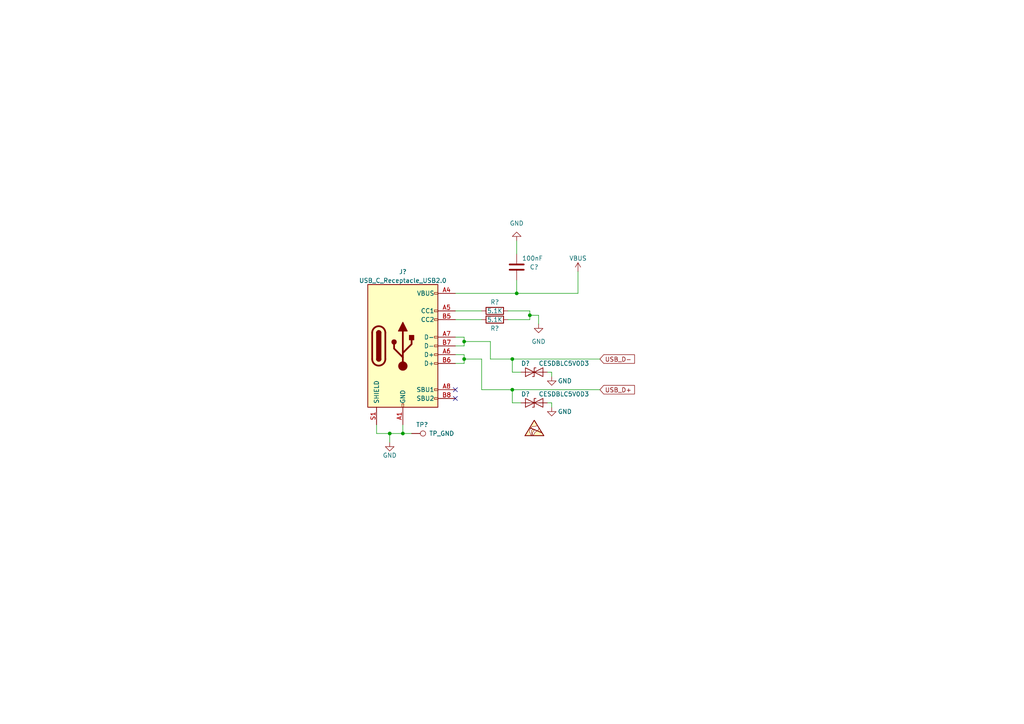
<source format=kicad_sch>
(kicad_sch (version 20230121) (generator eeschema)

  (uuid 9173cfdc-fbc5-4860-82b3-439d87ec940a)

  (paper "A4")

  (title_block
    (title "ChronoVolt_Control")
    (date "2023-10-08")
    (rev "0.3")
    (company "Final Resolution")
  )

  (lib_symbols
    (symbol "Connector:TestPoint" (pin_numbers hide) (pin_names (offset 0.762) hide) (in_bom yes) (on_board yes)
      (property "Reference" "TP" (at 0 6.858 0)
        (effects (font (size 1.27 1.27)))
      )
      (property "Value" "TestPoint" (at 0 5.08 0)
        (effects (font (size 1.27 1.27)))
      )
      (property "Footprint" "" (at 5.08 0 0)
        (effects (font (size 1.27 1.27)) hide)
      )
      (property "Datasheet" "~" (at 5.08 0 0)
        (effects (font (size 1.27 1.27)) hide)
      )
      (property "ki_keywords" "test point tp" (at 0 0 0)
        (effects (font (size 1.27 1.27)) hide)
      )
      (property "ki_description" "test point" (at 0 0 0)
        (effects (font (size 1.27 1.27)) hide)
      )
      (property "ki_fp_filters" "Pin* Test*" (at 0 0 0)
        (effects (font (size 1.27 1.27)) hide)
      )
      (symbol "TestPoint_0_1"
        (circle (center 0 3.302) (radius 0.762)
          (stroke (width 0) (type default))
          (fill (type none))
        )
      )
      (symbol "TestPoint_1_1"
        (pin passive line (at 0 0 90) (length 2.54)
          (name "1" (effects (font (size 1.27 1.27))))
          (number "1" (effects (font (size 1.27 1.27))))
        )
      )
    )
    (symbol "Connector:USB_C_Receptacle_USB2.0" (pin_names (offset 1.016)) (in_bom yes) (on_board yes)
      (property "Reference" "J" (at -10.16 19.05 0)
        (effects (font (size 1.27 1.27)) (justify left))
      )
      (property "Value" "USB_C_Receptacle_USB2.0" (at 19.05 19.05 0)
        (effects (font (size 1.27 1.27)) (justify right))
      )
      (property "Footprint" "" (at 3.81 0 0)
        (effects (font (size 1.27 1.27)) hide)
      )
      (property "Datasheet" "https://www.usb.org/sites/default/files/documents/usb_type-c.zip" (at 3.81 0 0)
        (effects (font (size 1.27 1.27)) hide)
      )
      (property "ki_keywords" "usb universal serial bus type-C USB2.0" (at 0 0 0)
        (effects (font (size 1.27 1.27)) hide)
      )
      (property "ki_description" "USB 2.0-only Type-C Receptacle connector" (at 0 0 0)
        (effects (font (size 1.27 1.27)) hide)
      )
      (property "ki_fp_filters" "USB*C*Receptacle*" (at 0 0 0)
        (effects (font (size 1.27 1.27)) hide)
      )
      (symbol "USB_C_Receptacle_USB2.0_0_0"
        (rectangle (start -0.254 -17.78) (end 0.254 -16.764)
          (stroke (width 0) (type default))
          (fill (type none))
        )
        (rectangle (start 10.16 -14.986) (end 9.144 -15.494)
          (stroke (width 0) (type default))
          (fill (type none))
        )
        (rectangle (start 10.16 -12.446) (end 9.144 -12.954)
          (stroke (width 0) (type default))
          (fill (type none))
        )
        (rectangle (start 10.16 -4.826) (end 9.144 -5.334)
          (stroke (width 0) (type default))
          (fill (type none))
        )
        (rectangle (start 10.16 -2.286) (end 9.144 -2.794)
          (stroke (width 0) (type default))
          (fill (type none))
        )
        (rectangle (start 10.16 0.254) (end 9.144 -0.254)
          (stroke (width 0) (type default))
          (fill (type none))
        )
        (rectangle (start 10.16 2.794) (end 9.144 2.286)
          (stroke (width 0) (type default))
          (fill (type none))
        )
        (rectangle (start 10.16 7.874) (end 9.144 7.366)
          (stroke (width 0) (type default))
          (fill (type none))
        )
        (rectangle (start 10.16 10.414) (end 9.144 9.906)
          (stroke (width 0) (type default))
          (fill (type none))
        )
        (rectangle (start 10.16 15.494) (end 9.144 14.986)
          (stroke (width 0) (type default))
          (fill (type none))
        )
      )
      (symbol "USB_C_Receptacle_USB2.0_0_1"
        (rectangle (start -10.16 17.78) (end 10.16 -17.78)
          (stroke (width 0.254) (type default))
          (fill (type background))
        )
        (arc (start -8.89 -3.81) (mid -6.985 -5.7067) (end -5.08 -3.81)
          (stroke (width 0.508) (type default))
          (fill (type none))
        )
        (arc (start -7.62 -3.81) (mid -6.985 -4.4423) (end -6.35 -3.81)
          (stroke (width 0.254) (type default))
          (fill (type none))
        )
        (arc (start -7.62 -3.81) (mid -6.985 -4.4423) (end -6.35 -3.81)
          (stroke (width 0.254) (type default))
          (fill (type outline))
        )
        (rectangle (start -7.62 -3.81) (end -6.35 3.81)
          (stroke (width 0.254) (type default))
          (fill (type outline))
        )
        (arc (start -6.35 3.81) (mid -6.985 4.4423) (end -7.62 3.81)
          (stroke (width 0.254) (type default))
          (fill (type none))
        )
        (arc (start -6.35 3.81) (mid -6.985 4.4423) (end -7.62 3.81)
          (stroke (width 0.254) (type default))
          (fill (type outline))
        )
        (arc (start -5.08 3.81) (mid -6.985 5.7067) (end -8.89 3.81)
          (stroke (width 0.508) (type default))
          (fill (type none))
        )
        (circle (center -2.54 1.143) (radius 0.635)
          (stroke (width 0.254) (type default))
          (fill (type outline))
        )
        (circle (center 0 -5.842) (radius 1.27)
          (stroke (width 0) (type default))
          (fill (type outline))
        )
        (polyline
          (pts
            (xy -8.89 -3.81)
            (xy -8.89 3.81)
          )
          (stroke (width 0.508) (type default))
          (fill (type none))
        )
        (polyline
          (pts
            (xy -5.08 3.81)
            (xy -5.08 -3.81)
          )
          (stroke (width 0.508) (type default))
          (fill (type none))
        )
        (polyline
          (pts
            (xy 0 -5.842)
            (xy 0 4.318)
          )
          (stroke (width 0.508) (type default))
          (fill (type none))
        )
        (polyline
          (pts
            (xy 0 -3.302)
            (xy -2.54 -0.762)
            (xy -2.54 0.508)
          )
          (stroke (width 0.508) (type default))
          (fill (type none))
        )
        (polyline
          (pts
            (xy 0 -2.032)
            (xy 2.54 0.508)
            (xy 2.54 1.778)
          )
          (stroke (width 0.508) (type default))
          (fill (type none))
        )
        (polyline
          (pts
            (xy -1.27 4.318)
            (xy 0 6.858)
            (xy 1.27 4.318)
            (xy -1.27 4.318)
          )
          (stroke (width 0.254) (type default))
          (fill (type outline))
        )
        (rectangle (start 1.905 1.778) (end 3.175 3.048)
          (stroke (width 0.254) (type default))
          (fill (type outline))
        )
      )
      (symbol "USB_C_Receptacle_USB2.0_1_1"
        (pin passive line (at 0 -22.86 90) (length 5.08)
          (name "GND" (effects (font (size 1.27 1.27))))
          (number "A1" (effects (font (size 1.27 1.27))))
        )
        (pin passive line (at 0 -22.86 90) (length 5.08) hide
          (name "GND" (effects (font (size 1.27 1.27))))
          (number "A12" (effects (font (size 1.27 1.27))))
        )
        (pin passive line (at 15.24 15.24 180) (length 5.08)
          (name "VBUS" (effects (font (size 1.27 1.27))))
          (number "A4" (effects (font (size 1.27 1.27))))
        )
        (pin bidirectional line (at 15.24 10.16 180) (length 5.08)
          (name "CC1" (effects (font (size 1.27 1.27))))
          (number "A5" (effects (font (size 1.27 1.27))))
        )
        (pin bidirectional line (at 15.24 -2.54 180) (length 5.08)
          (name "D+" (effects (font (size 1.27 1.27))))
          (number "A6" (effects (font (size 1.27 1.27))))
        )
        (pin bidirectional line (at 15.24 2.54 180) (length 5.08)
          (name "D-" (effects (font (size 1.27 1.27))))
          (number "A7" (effects (font (size 1.27 1.27))))
        )
        (pin bidirectional line (at 15.24 -12.7 180) (length 5.08)
          (name "SBU1" (effects (font (size 1.27 1.27))))
          (number "A8" (effects (font (size 1.27 1.27))))
        )
        (pin passive line (at 15.24 15.24 180) (length 5.08) hide
          (name "VBUS" (effects (font (size 1.27 1.27))))
          (number "A9" (effects (font (size 1.27 1.27))))
        )
        (pin passive line (at 0 -22.86 90) (length 5.08) hide
          (name "GND" (effects (font (size 1.27 1.27))))
          (number "B1" (effects (font (size 1.27 1.27))))
        )
        (pin passive line (at 0 -22.86 90) (length 5.08) hide
          (name "GND" (effects (font (size 1.27 1.27))))
          (number "B12" (effects (font (size 1.27 1.27))))
        )
        (pin passive line (at 15.24 15.24 180) (length 5.08) hide
          (name "VBUS" (effects (font (size 1.27 1.27))))
          (number "B4" (effects (font (size 1.27 1.27))))
        )
        (pin bidirectional line (at 15.24 7.62 180) (length 5.08)
          (name "CC2" (effects (font (size 1.27 1.27))))
          (number "B5" (effects (font (size 1.27 1.27))))
        )
        (pin bidirectional line (at 15.24 -5.08 180) (length 5.08)
          (name "D+" (effects (font (size 1.27 1.27))))
          (number "B6" (effects (font (size 1.27 1.27))))
        )
        (pin bidirectional line (at 15.24 0 180) (length 5.08)
          (name "D-" (effects (font (size 1.27 1.27))))
          (number "B7" (effects (font (size 1.27 1.27))))
        )
        (pin bidirectional line (at 15.24 -15.24 180) (length 5.08)
          (name "SBU2" (effects (font (size 1.27 1.27))))
          (number "B8" (effects (font (size 1.27 1.27))))
        )
        (pin passive line (at 15.24 15.24 180) (length 5.08) hide
          (name "VBUS" (effects (font (size 1.27 1.27))))
          (number "B9" (effects (font (size 1.27 1.27))))
        )
        (pin passive line (at -7.62 -22.86 90) (length 5.08)
          (name "SHIELD" (effects (font (size 1.27 1.27))))
          (number "S1" (effects (font (size 1.27 1.27))))
        )
      )
    )
    (symbol "Device:C" (pin_numbers hide) (pin_names (offset 0.254)) (in_bom yes) (on_board yes)
      (property "Reference" "C" (at 0.635 2.54 0)
        (effects (font (size 1.27 1.27)) (justify left))
      )
      (property "Value" "C" (at 0.635 -2.54 0)
        (effects (font (size 1.27 1.27)) (justify left))
      )
      (property "Footprint" "" (at 0.9652 -3.81 0)
        (effects (font (size 1.27 1.27)) hide)
      )
      (property "Datasheet" "~" (at 0 0 0)
        (effects (font (size 1.27 1.27)) hide)
      )
      (property "ki_keywords" "cap capacitor" (at 0 0 0)
        (effects (font (size 1.27 1.27)) hide)
      )
      (property "ki_description" "Unpolarized capacitor" (at 0 0 0)
        (effects (font (size 1.27 1.27)) hide)
      )
      (property "ki_fp_filters" "C_*" (at 0 0 0)
        (effects (font (size 1.27 1.27)) hide)
      )
      (symbol "C_0_1"
        (polyline
          (pts
            (xy -2.032 -0.762)
            (xy 2.032 -0.762)
          )
          (stroke (width 0.508) (type default))
          (fill (type none))
        )
        (polyline
          (pts
            (xy -2.032 0.762)
            (xy 2.032 0.762)
          )
          (stroke (width 0.508) (type default))
          (fill (type none))
        )
      )
      (symbol "C_1_1"
        (pin passive line (at 0 3.81 270) (length 2.794)
          (name "~" (effects (font (size 1.27 1.27))))
          (number "1" (effects (font (size 1.27 1.27))))
        )
        (pin passive line (at 0 -3.81 90) (length 2.794)
          (name "~" (effects (font (size 1.27 1.27))))
          (number "2" (effects (font (size 1.27 1.27))))
        )
      )
    )
    (symbol "Device:R" (pin_numbers hide) (pin_names (offset 0)) (in_bom yes) (on_board yes)
      (property "Reference" "R" (at 2.032 0 90)
        (effects (font (size 1.27 1.27)))
      )
      (property "Value" "R" (at 0 0 90)
        (effects (font (size 1.27 1.27)))
      )
      (property "Footprint" "" (at -1.778 0 90)
        (effects (font (size 1.27 1.27)) hide)
      )
      (property "Datasheet" "~" (at 0 0 0)
        (effects (font (size 1.27 1.27)) hide)
      )
      (property "ki_keywords" "R res resistor" (at 0 0 0)
        (effects (font (size 1.27 1.27)) hide)
      )
      (property "ki_description" "Resistor" (at 0 0 0)
        (effects (font (size 1.27 1.27)) hide)
      )
      (property "ki_fp_filters" "R_*" (at 0 0 0)
        (effects (font (size 1.27 1.27)) hide)
      )
      (symbol "R_0_1"
        (rectangle (start -1.016 -2.54) (end 1.016 2.54)
          (stroke (width 0.254) (type default))
          (fill (type none))
        )
      )
      (symbol "R_1_1"
        (pin passive line (at 0 3.81 270) (length 1.27)
          (name "~" (effects (font (size 1.27 1.27))))
          (number "1" (effects (font (size 1.27 1.27))))
        )
        (pin passive line (at 0 -3.81 90) (length 1.27)
          (name "~" (effects (font (size 1.27 1.27))))
          (number "2" (effects (font (size 1.27 1.27))))
        )
      )
    )
    (symbol "Diode:ESD9B5.0ST5G" (pin_numbers hide) (pin_names (offset 1.016) hide) (in_bom yes) (on_board yes)
      (property "Reference" "D" (at 0 2.54 0)
        (effects (font (size 1.27 1.27)))
      )
      (property "Value" "ESD9B5.0ST5G" (at 0 -2.54 0)
        (effects (font (size 1.27 1.27)))
      )
      (property "Footprint" "Diode_SMD:D_SOD-923" (at 0 0 0)
        (effects (font (size 1.27 1.27)) hide)
      )
      (property "Datasheet" "https://www.onsemi.com/pub/Collateral/ESD9B-D.PDF" (at 0 0 0)
        (effects (font (size 1.27 1.27)) hide)
      )
      (property "ki_keywords" "diode TVS ESD" (at 0 0 0)
        (effects (font (size 1.27 1.27)) hide)
      )
      (property "ki_description" "ESD protection diode, 5.0Vrwm, SOD-923" (at 0 0 0)
        (effects (font (size 1.27 1.27)) hide)
      )
      (property "ki_fp_filters" "D*SOD?923*" (at 0 0 0)
        (effects (font (size 1.27 1.27)) hide)
      )
      (symbol "ESD9B5.0ST5G_0_1"
        (polyline
          (pts
            (xy 1.27 0)
            (xy -1.27 0)
          )
          (stroke (width 0) (type default))
          (fill (type none))
        )
        (polyline
          (pts
            (xy -2.54 -1.27)
            (xy 0 0)
            (xy -2.54 1.27)
            (xy -2.54 -1.27)
          )
          (stroke (width 0.2032) (type default))
          (fill (type none))
        )
        (polyline
          (pts
            (xy 0.508 1.27)
            (xy 0 1.27)
            (xy 0 -1.27)
            (xy -0.508 -1.27)
          )
          (stroke (width 0.2032) (type default))
          (fill (type none))
        )
        (polyline
          (pts
            (xy 2.54 1.27)
            (xy 2.54 -1.27)
            (xy 0 0)
            (xy 2.54 1.27)
          )
          (stroke (width 0.2032) (type default))
          (fill (type none))
        )
      )
      (symbol "ESD9B5.0ST5G_1_1"
        (pin passive line (at -3.81 0 0) (length 2.54)
          (name "A1" (effects (font (size 1.27 1.27))))
          (number "1" (effects (font (size 1.27 1.27))))
        )
        (pin passive line (at 3.81 0 180) (length 2.54)
          (name "A2" (effects (font (size 1.27 1.27))))
          (number "2" (effects (font (size 1.27 1.27))))
        )
      )
    )
    (symbol "Graphic:SYM_ESD_Small" (in_bom no) (on_board no)
      (property "Reference" "#SYM" (at 0 3.556 0)
        (effects (font (size 1.27 1.27)) hide)
      )
      (property "Value" "SYM_ESD_Small" (at 0 -3.175 0)
        (effects (font (size 1.27 1.27)) hide)
      )
      (property "Footprint" "" (at 0 0.254 0)
        (effects (font (size 1.27 1.27)) hide)
      )
      (property "Datasheet" "~" (at 0 0.254 0)
        (effects (font (size 1.27 1.27)) hide)
      )
      (property "Sim.Enable" "0" (at 0 0 0)
        (effects (font (size 1.27 1.27)) hide)
      )
      (property "ki_keywords" "symbol ESD" (at 0 0 0)
        (effects (font (size 1.27 1.27)) hide)
      )
      (property "ki_description" "ESD warning/\"Do not touch\" symbol, small" (at 0 0 0)
        (effects (font (size 1.27 1.27)) hide)
      )
      (symbol "SYM_ESD_Small_0_0"
        (polyline
          (pts
            (xy -1.27 0.381)
            (xy 2.159 -1.016)
          )
          (stroke (width 0.254) (type default))
          (fill (type none))
        )
        (polyline
          (pts
            (xy -2.667 -1.905)
            (xy 2.794 -1.905)
            (xy 0 2.54)
            (xy -2.667 -1.905)
          )
          (stroke (width 0.254) (type default))
          (fill (type none))
        )
        (polyline
          (pts
            (xy 2.7432 -1.905)
            (xy 2.7178 -1.8796)
            (xy 2.6162 -1.6764)
            (xy 2.5654 -1.6002)
            (xy 2.4892 -1.4986)
            (xy 2.4384 -1.3716)
            (xy 1.7526 -0.2286)
            (xy 1.7018 -0.127)
            (xy 1.6256 -0.0508)
            (xy 1.6002 0.0508)
            (xy 1.5494 0.1016)
            (xy 1.4986 0.2032)
            (xy 1.4732 0.2286)
            (xy 1.4732 0.2032)
            (xy 1.4478 0.2032)
            (xy 1.3208 0.0762)
            (xy 1.2954 0.0254)
            (xy 1.2954 -0.0254)
            (xy 1.27 -0.0762)
            (xy 1.2446 -0.1524)
            (xy 1.143 -0.254)
            (xy 1.0922 -0.3302)
            (xy 1.0414 -0.3556)
            (xy 0.9144 -0.4826)
            (xy 0.762 -0.5842)
            (xy 0.6604 -0.6604)
            (xy 0.508 -0.762)
            (xy 0.4572 -0.8128)
            (xy 0.3556 -0.8636)
            (xy 0.3048 -0.9144)
            (xy 0.2286 -0.9652)
            (xy 0.0762 -1.1938)
            (xy 0.0254 -1.2954)
            (xy -0.0254 -1.4224)
            (xy -0.0508 -1.4986)
            (xy -0.1016 -1.5748)
            (xy -0.127 -1.651)
            (xy -0.1778 -1.6764)
            (xy -0.2032 -1.7272)
            (xy -0.254 -1.7526)
            (xy -0.4064 -1.7526)
            (xy -0.4064 -1.7272)
            (xy -0.4572 -1.7018)
            (xy -0.4826 -1.6256)
            (xy -0.508 -1.524)
            (xy -0.508 -1.0922)
            (xy -0.4572 -0.889)
            (xy -0.4064 -0.8128)
            (xy -0.254 -0.6604)
            (xy -0.2032 -0.5842)
            (xy -0.127 -0.5334)
            (xy -0.1016 -0.4826)
            (xy -0.0762 -0.4064)
            (xy -0.0508 -0.3556)
            (xy -0.0254 -0.3302)
            (xy -0.0254 -0.2794)
            (xy 0 -0.2286)
            (xy -0.0762 -0.1524)
            (xy -0.127 -0.127)
            (xy -0.1524 -0.0762)
            (xy -0.2032 -0.0508)
            (xy -0.2286 -0.0254)
            (xy -0.254 -0.0254)
            (xy -0.3048 -0.0762)
            (xy -0.3556 -0.1016)
            (xy -0.4318 -0.127)
            (xy -0.4826 -0.1524)
            (xy -0.5588 -0.2286)
            (xy -0.6096 -0.254)
            (xy -0.8382 -0.4826)
            (xy -0.8128 -0.5588)
            (xy -0.7874 -0.5842)
            (xy -0.7874 -0.8636)
            (xy -0.8128 -0.889)
            (xy -0.8128 -0.9652)
            (xy -0.762 -1.016)
            (xy -0.762 -1.0414)
            (xy -0.6604 -1.2954)
            (xy -0.6604 -1.5748)
            (xy -0.6858 -1.6002)
            (xy -0.6858 -1.6256)
            (xy -0.7366 -1.7018)
            (xy -0.8382 -1.7526)
            (xy -0.9144 -1.7526)
            (xy -0.9398 -1.7272)
            (xy -0.9652 -1.6764)
            (xy -1.016 -1.6002)
            (xy -1.0414 -1.524)
            (xy -1.143 -1.27)
            (xy -1.2192 -1.0414)
            (xy -1.27 -0.9652)
            (xy -1.2954 -0.889)
            (xy -1.3208 -0.8382)
            (xy -1.3208 -0.8128)
            (xy -1.3716 -0.7112)
            (xy -1.397 -0.5842)
            (xy -1.397 -0.4826)
            (xy -1.3716 -0.381)
            (xy -1.3208 -0.254)
            (xy -1.2954 -0.2032)
            (xy -1.1938 -0.0508)
            (xy -1.0414 0.1524)
            (xy -0.9906 0.2032)
            (xy -0.9652 0.254)
            (xy -0.9144 0.3302)
            (xy -0.889 0.381)
            (xy -0.8636 0.381)
            (xy -0.8128 0.508)
            (xy -0.6096 0.7112)
            (xy -0.5334 0.7366)
            (xy -0.508 0.762)
            (xy -0.4318 0.762)
            (xy -0.3556 0.7874)
            (xy -0.2286 0.8128)
            (xy -0.1016 0.8128)
            (xy 0.0508 0.8382)
            (xy 0.2032 0.8382)
            (xy 0.3048 0.8636)
            (xy 0.4826 0.8636)
            (xy 0.5334 0.889)
            (xy 0.5842 0.889)
            (xy 0.6858 0.9398)
            (xy 0.7112 0.9652)
            (xy 0.762 0.9906)
            (xy 0.8128 1.0414)
            (xy 0.8636 1.0668)
            (xy 0.889 1.1176)
            (xy 0.9144 1.143)
            (xy 0.9144 1.1938)
            (xy 0.889 1.2192)
            (xy 0.8636 1.27)
            (xy 0.8128 1.3462)
            (xy 0.7112 1.5494)
            (xy 0.635 1.651)
            (xy 0.5842 1.7526)
            (xy 0.508 1.8796)
            (xy 0.4572 1.9558)
            (xy 0.381 2.0828)
            (xy 0.3048 2.1844)
            (xy 0.254 2.286)
            (xy 0.2032 2.3622)
            (xy 0.1778 2.4384)
            (xy 0.1016 2.5146)
            (xy 0.1016 2.54)
            (xy 0.0762 2.5654)
            (xy 0.0762 2.5908)
            (xy 0.0254 2.5908)
            (xy 0.0254 2.5654)
            (xy -0.0254 2.5146)
            (xy -0.1016 2.3622)
            (xy -0.254 2.1336)
            (xy -0.3048 2.032)
            (xy -0.4572 1.778)
            (xy -0.5588 1.6256)
            (xy -0.762 1.27)
            (xy -0.889 1.0668)
            (xy -1.016 0.8382)
            (xy -1.1684 0.6096)
            (xy -1.3208 0.3302)
            (xy -1.397 0.2032)
            (xy -1.524 -0.0254)
            (xy -1.778 -0.4318)
            (xy -1.8796 -0.635)
            (xy -2.0066 -0.8128)
            (xy -2.1082 -0.9906)
            (xy -2.2098 -1.143)
            (xy -2.286 -1.2954)
            (xy -2.4384 -1.5494)
            (xy -2.4892 -1.651)
            (xy -2.5654 -1.7526)
            (xy -2.5908 -1.8288)
            (xy -2.6162 -1.8796)
            (xy -2.6416 -1.905)
            (xy -2.6416 -1.9304)
            (xy 2.7432 -1.9304)
            (xy 2.7432 -1.905)
          )
          (stroke (width 0.127) (type default))
          (fill (type background))
        )
      )
    )
    (symbol "power:GND" (power) (pin_names (offset 0)) (in_bom yes) (on_board yes)
      (property "Reference" "#PWR" (at 0 -6.35 0)
        (effects (font (size 1.27 1.27)) hide)
      )
      (property "Value" "GND" (at 0 -3.81 0)
        (effects (font (size 1.27 1.27)))
      )
      (property "Footprint" "" (at 0 0 0)
        (effects (font (size 1.27 1.27)) hide)
      )
      (property "Datasheet" "" (at 0 0 0)
        (effects (font (size 1.27 1.27)) hide)
      )
      (property "ki_keywords" "global power" (at 0 0 0)
        (effects (font (size 1.27 1.27)) hide)
      )
      (property "ki_description" "Power symbol creates a global label with name \"GND\" , ground" (at 0 0 0)
        (effects (font (size 1.27 1.27)) hide)
      )
      (symbol "GND_0_1"
        (polyline
          (pts
            (xy 0 0)
            (xy 0 -1.27)
            (xy 1.27 -1.27)
            (xy 0 -2.54)
            (xy -1.27 -1.27)
            (xy 0 -1.27)
          )
          (stroke (width 0) (type default))
          (fill (type none))
        )
      )
      (symbol "GND_1_1"
        (pin power_in line (at 0 0 270) (length 0) hide
          (name "GND" (effects (font (size 1.27 1.27))))
          (number "1" (effects (font (size 1.27 1.27))))
        )
      )
    )
    (symbol "power:VBUS" (power) (pin_names (offset 0)) (in_bom yes) (on_board yes)
      (property "Reference" "#PWR" (at 0 -3.81 0)
        (effects (font (size 1.27 1.27)) hide)
      )
      (property "Value" "VBUS" (at 0 3.81 0)
        (effects (font (size 1.27 1.27)))
      )
      (property "Footprint" "" (at 0 0 0)
        (effects (font (size 1.27 1.27)) hide)
      )
      (property "Datasheet" "" (at 0 0 0)
        (effects (font (size 1.27 1.27)) hide)
      )
      (property "ki_keywords" "global power" (at 0 0 0)
        (effects (font (size 1.27 1.27)) hide)
      )
      (property "ki_description" "Power symbol creates a global label with name \"VBUS\"" (at 0 0 0)
        (effects (font (size 1.27 1.27)) hide)
      )
      (symbol "VBUS_0_1"
        (polyline
          (pts
            (xy -0.762 1.27)
            (xy 0 2.54)
          )
          (stroke (width 0) (type default))
          (fill (type none))
        )
        (polyline
          (pts
            (xy 0 0)
            (xy 0 2.54)
          )
          (stroke (width 0) (type default))
          (fill (type none))
        )
        (polyline
          (pts
            (xy 0 2.54)
            (xy 0.762 1.27)
          )
          (stroke (width 0) (type default))
          (fill (type none))
        )
      )
      (symbol "VBUS_1_1"
        (pin power_in line (at 0 0 90) (length 0) hide
          (name "VBUS" (effects (font (size 1.27 1.27))))
          (number "1" (effects (font (size 1.27 1.27))))
        )
      )
    )
  )

  (junction (at 148.59 113.03) (diameter 0) (color 0 0 0 0)
    (uuid 01e05b36-0346-4ce8-a03c-acb5bdfcf139)
  )
  (junction (at 149.86 85.09) (diameter 0) (color 0 0 0 0)
    (uuid 34091d20-46cc-468b-bb3e-974e01c17722)
  )
  (junction (at 116.84 125.73) (diameter 0) (color 0 0 0 0)
    (uuid a3d1d70b-8575-4503-b345-2e0f540e44f1)
  )
  (junction (at 153.67 91.44) (diameter 0) (color 0 0 0 0)
    (uuid a76afdad-5f76-40ee-a4d5-dc319aa7ddb4)
  )
  (junction (at 134.62 99.06) (diameter 0) (color 0 0 0 0)
    (uuid cb41a520-6f4b-4ce0-85ae-343dc3819326)
  )
  (junction (at 148.59 104.14) (diameter 0) (color 0 0 0 0)
    (uuid d1ca764b-ef11-4cc9-baef-47c5c21a9722)
  )
  (junction (at 134.62 104.14) (diameter 0) (color 0 0 0 0)
    (uuid e80767bc-3a1e-430d-9a60-b293494ea3c9)
  )
  (junction (at 113.03 125.73) (diameter 0) (color 0 0 0 0)
    (uuid ef18e7d4-d003-40f9-a4e2-f37f076da9e8)
  )

  (no_connect (at 132.08 115.57) (uuid b4f15814-26b3-4ae5-85a3-2319a6426f2f))
  (no_connect (at 132.08 113.03) (uuid b93e1711-d627-4f4b-9cad-f0dd5ae42ef5))

  (wire (pts (xy 139.7 113.03) (xy 148.59 113.03))
    (stroke (width 0) (type default))
    (uuid 068b3adb-db0d-4faa-8f75-846397fb7099)
  )
  (wire (pts (xy 109.22 123.19) (xy 109.22 125.73))
    (stroke (width 0) (type default))
    (uuid 0a6f7eda-c0a1-429b-8d0d-2b52f576aa36)
  )
  (wire (pts (xy 149.86 69.85) (xy 149.86 73.66))
    (stroke (width 0) (type default))
    (uuid 12b99097-2271-4627-bf13-6f71ac7cdaac)
  )
  (wire (pts (xy 116.84 125.73) (xy 119.38 125.73))
    (stroke (width 0) (type default))
    (uuid 12c65e7b-d117-4c69-a1b3-e64e328fece5)
  )
  (wire (pts (xy 148.59 113.03) (xy 148.59 116.84))
    (stroke (width 0) (type default))
    (uuid 268d17da-d090-4437-9bc5-34a1e488c27a)
  )
  (wire (pts (xy 153.67 90.17) (xy 147.32 90.17))
    (stroke (width 0) (type default))
    (uuid 30ed27e1-4421-47cd-b6fa-a3cb5494762d)
  )
  (wire (pts (xy 153.67 91.44) (xy 156.21 91.44))
    (stroke (width 0) (type default))
    (uuid 34794e91-8aad-4c2e-8ef6-076c0a272ba4)
  )
  (wire (pts (xy 132.08 105.41) (xy 134.62 105.41))
    (stroke (width 0) (type default))
    (uuid 385d8850-0464-4986-baab-63a92e1e83ab)
  )
  (wire (pts (xy 160.02 107.95) (xy 158.75 107.95))
    (stroke (width 0) (type default))
    (uuid 40c7efba-cba4-4574-b1b0-167e949c4ed6)
  )
  (wire (pts (xy 153.67 91.44) (xy 153.67 90.17))
    (stroke (width 0) (type default))
    (uuid 49124ffb-2c4f-4c6b-a397-e69f13fdbf72)
  )
  (wire (pts (xy 109.22 125.73) (xy 113.03 125.73))
    (stroke (width 0) (type default))
    (uuid 50bd42cb-e274-4104-81f5-03acc9e077b0)
  )
  (wire (pts (xy 132.08 97.79) (xy 134.62 97.79))
    (stroke (width 0) (type default))
    (uuid 5ce03c68-1658-4d6e-b790-4e64776eaae4)
  )
  (wire (pts (xy 142.24 104.14) (xy 148.59 104.14))
    (stroke (width 0) (type default))
    (uuid 5f957504-a033-4065-8e64-bd44526fc961)
  )
  (wire (pts (xy 151.13 107.95) (xy 148.59 107.95))
    (stroke (width 0) (type default))
    (uuid 75f1b8b9-1ec5-40e4-8ad8-7e36392497fa)
  )
  (wire (pts (xy 132.08 85.09) (xy 149.86 85.09))
    (stroke (width 0) (type default))
    (uuid 76d572d2-4122-409a-89a3-c27918345165)
  )
  (wire (pts (xy 113.03 125.73) (xy 113.03 128.27))
    (stroke (width 0) (type default))
    (uuid 77f61090-97f9-431e-bfb5-c20942f1805c)
  )
  (wire (pts (xy 116.84 123.19) (xy 116.84 125.73))
    (stroke (width 0) (type default))
    (uuid 79c3de50-13db-462e-9cd4-1322e32a4b23)
  )
  (wire (pts (xy 134.62 104.14) (xy 134.62 105.41))
    (stroke (width 0) (type default))
    (uuid 7b22ade1-6db7-4572-83d2-a047216c5a6d)
  )
  (wire (pts (xy 167.64 78.74) (xy 167.64 85.09))
    (stroke (width 0) (type default))
    (uuid 7fb0e751-9b9a-4e5a-9080-724864b2c82a)
  )
  (wire (pts (xy 142.24 99.06) (xy 134.62 99.06))
    (stroke (width 0) (type default))
    (uuid 80927347-e23e-45c7-958a-883f19e294af)
  )
  (wire (pts (xy 148.59 113.03) (xy 173.99 113.03))
    (stroke (width 0) (type default))
    (uuid 87113ac0-2832-4e2c-a659-1b94d79d0d52)
  )
  (wire (pts (xy 160.02 107.95) (xy 160.02 109.22))
    (stroke (width 0) (type default))
    (uuid 8da5d6f3-fe0b-4e4a-a6fc-174f659720c3)
  )
  (wire (pts (xy 149.86 81.28) (xy 149.86 85.09))
    (stroke (width 0) (type default))
    (uuid 944598cb-9300-4606-8717-8713fd6c8b0a)
  )
  (wire (pts (xy 142.24 104.14) (xy 142.24 99.06))
    (stroke (width 0) (type default))
    (uuid a3d4ada3-e848-4704-9077-957c117c5191)
  )
  (wire (pts (xy 139.7 92.71) (xy 132.08 92.71))
    (stroke (width 0) (type default))
    (uuid abbe8a1e-329c-4246-bffb-50c06b16fb05)
  )
  (wire (pts (xy 148.59 104.14) (xy 148.59 107.95))
    (stroke (width 0) (type default))
    (uuid ae4a5ad9-dc77-4ceb-a35c-2499fa6e9402)
  )
  (wire (pts (xy 156.21 91.44) (xy 156.21 93.98))
    (stroke (width 0) (type default))
    (uuid b6349db4-5f45-4c69-9af4-cd4b62593428)
  )
  (wire (pts (xy 139.7 113.03) (xy 139.7 104.14))
    (stroke (width 0) (type default))
    (uuid ca938259-89cf-45a4-8a11-b5153b589d5f)
  )
  (wire (pts (xy 134.62 97.79) (xy 134.62 99.06))
    (stroke (width 0) (type default))
    (uuid ccaa087d-bd12-4980-a7ec-adb261f04c12)
  )
  (wire (pts (xy 167.64 85.09) (xy 149.86 85.09))
    (stroke (width 0) (type default))
    (uuid ccb18668-5570-4254-85db-3d135febad67)
  )
  (wire (pts (xy 113.03 125.73) (xy 116.84 125.73))
    (stroke (width 0) (type default))
    (uuid cf54cb20-c859-4406-9287-75811a500592)
  )
  (wire (pts (xy 147.32 92.71) (xy 153.67 92.71))
    (stroke (width 0) (type default))
    (uuid d267defe-8a17-4eb3-98c3-2e63b36b9857)
  )
  (wire (pts (xy 151.13 116.84) (xy 148.59 116.84))
    (stroke (width 0) (type default))
    (uuid d969f00a-c452-4b7c-aaa9-c62fbbfbe4a1)
  )
  (wire (pts (xy 139.7 90.17) (xy 132.08 90.17))
    (stroke (width 0) (type default))
    (uuid da313ffa-6943-461a-b33d-ee6b76fabac6)
  )
  (wire (pts (xy 132.08 102.87) (xy 134.62 102.87))
    (stroke (width 0) (type default))
    (uuid de6f984a-6955-40f3-aae6-3a9d81ee29e1)
  )
  (wire (pts (xy 160.02 118.11) (xy 160.02 116.84))
    (stroke (width 0) (type default))
    (uuid e2646a31-20ac-4bc2-bd88-60699c5cbf6d)
  )
  (wire (pts (xy 134.62 99.06) (xy 134.62 100.33))
    (stroke (width 0) (type default))
    (uuid ec235eb5-caf8-4939-b4f4-826ada996170)
  )
  (wire (pts (xy 160.02 116.84) (xy 158.75 116.84))
    (stroke (width 0) (type default))
    (uuid ee01c50a-8998-4d4e-8cde-ba903593923a)
  )
  (wire (pts (xy 132.08 100.33) (xy 134.62 100.33))
    (stroke (width 0) (type default))
    (uuid f75b54c0-2311-4d6f-bd0f-d378600cbeac)
  )
  (wire (pts (xy 153.67 91.44) (xy 153.67 92.71))
    (stroke (width 0) (type default))
    (uuid fa1c5b4c-3f62-4fb7-bc6f-64560116b641)
  )
  (wire (pts (xy 134.62 102.87) (xy 134.62 104.14))
    (stroke (width 0) (type default))
    (uuid fb948f3e-4d3a-41a7-9434-506dc06a973a)
  )
  (wire (pts (xy 148.59 104.14) (xy 173.99 104.14))
    (stroke (width 0) (type default))
    (uuid fe2349b5-6b3b-4901-9616-982a8e99d044)
  )
  (wire (pts (xy 139.7 104.14) (xy 134.62 104.14))
    (stroke (width 0) (type default))
    (uuid fea2bba4-3380-4303-a5f4-016ccf5be3f7)
  )

  (global_label "USB_D+" (shape input) (at 173.99 113.03 0) (fields_autoplaced)
    (effects (font (size 1.27 1.27)) (justify left))
    (uuid 819c339e-2ab4-4c76-ab52-4df5a0e43227)
    (property "Intersheetrefs" "${INTERSHEET_REFS}" (at 184.5158 113.03 0)
      (effects (font (size 1.27 1.27)) (justify left))
    )
  )
  (global_label "USB_D-" (shape input) (at 173.99 104.14 0) (fields_autoplaced)
    (effects (font (size 1.27 1.27)) (justify left))
    (uuid e2cf990e-d7b6-4cfd-805c-ab65b1c44c1b)
    (property "Intersheetrefs" "${INTERSHEET_REFS}" (at 184.5158 104.14 0)
      (effects (font (size 1.27 1.27)) (justify left))
    )
  )

  (symbol (lib_id "power:GND") (at 160.02 109.22 0) (unit 1)
    (in_bom yes) (on_board yes) (dnp no)
    (uuid 05a9949f-1318-427f-bcf1-37bb0d5d7715)
    (property "Reference" "#PWR?" (at 160.02 115.57 0)
      (effects (font (size 1.27 1.27)) hide)
    )
    (property "Value" "GND" (at 163.83 110.49 0)
      (effects (font (size 1.27 1.27)))
    )
    (property "Footprint" "" (at 160.02 109.22 0)
      (effects (font (size 1.27 1.27)) hide)
    )
    (property "Datasheet" "" (at 160.02 109.22 0)
      (effects (font (size 1.27 1.27)) hide)
    )
    (pin "1" (uuid 13381ff5-e5e0-4c8b-b2ae-e4c50a633eb3))
    (instances
      (project "Slug-75"
        (path "/10ae08b6-c98d-4dca-bdd1-a6bdf826a88b/67af3462-379f-407d-921c-f185a5b8bae8"
          (reference "#PWR?") (unit 1)
        )
      )
      (project "ChronoVolt_Control"
        (path "/cceb3d39-99f1-4cc7-aa1d-f414cbebc8ea/3da81a5b-1441-43b1-be41-04d0e39b3554"
          (reference "#PWR04") (unit 1)
        )
      )
    )
  )

  (symbol (lib_id "power:GND") (at 149.86 69.85 180) (unit 1)
    (in_bom yes) (on_board yes) (dnp no) (fields_autoplaced)
    (uuid 0aa8f3b2-43d3-4321-95d8-10e72ce630dc)
    (property "Reference" "#PWR?" (at 149.86 63.5 0)
      (effects (font (size 1.27 1.27)) hide)
    )
    (property "Value" "GND" (at 149.86 64.77 0)
      (effects (font (size 1.27 1.27)))
    )
    (property "Footprint" "" (at 149.86 69.85 0)
      (effects (font (size 1.27 1.27)) hide)
    )
    (property "Datasheet" "" (at 149.86 69.85 0)
      (effects (font (size 1.27 1.27)) hide)
    )
    (pin "1" (uuid 3bc32003-91b0-412f-aa61-451c342e696a))
    (instances
      (project "Slug-75"
        (path "/10ae08b6-c98d-4dca-bdd1-a6bdf826a88b/67af3462-379f-407d-921c-f185a5b8bae8"
          (reference "#PWR?") (unit 1)
        )
      )
      (project "ChronoVolt_Control"
        (path "/cceb3d39-99f1-4cc7-aa1d-f414cbebc8ea/3da81a5b-1441-43b1-be41-04d0e39b3554"
          (reference "#PWR02") (unit 1)
        )
      )
    )
  )

  (symbol (lib_id "Connector:USB_C_Receptacle_USB2.0") (at 116.84 100.33 0) (unit 1)
    (in_bom yes) (on_board yes) (dnp no) (fields_autoplaced)
    (uuid 226d1aa2-9a36-458b-9716-6c1910ab00bd)
    (property "Reference" "J?" (at 116.84 78.8377 0)
      (effects (font (size 1.27 1.27)))
    )
    (property "Value" "USB_C_Receptacle_USB2.0" (at 116.84 81.3777 0)
      (effects (font (size 1.27 1.27)))
    )
    (property "Footprint" "Connector_USB:USB_C_Receptacle_Palconn_UTC16-G" (at 120.65 100.33 0)
      (effects (font (size 1.27 1.27)) hide)
    )
    (property "Datasheet" "https://www.usb.org/sites/default/files/documents/usb_type-c.zip" (at 120.65 100.33 0)
      (effects (font (size 1.27 1.27)) hide)
    )
    (pin "A1" (uuid dc1d0a27-5f55-47ac-a21b-0f9bf55196d5))
    (pin "A12" (uuid d0dfcf78-5535-4640-a5e1-734dd2a17d3a))
    (pin "A4" (uuid 3ce30d79-824f-4855-9dbb-b484918251f4))
    (pin "A5" (uuid 6a12d866-1a49-4c20-841a-ede80643d3b4))
    (pin "A6" (uuid f27b2db2-e250-431b-9b07-3145365db940))
    (pin "A7" (uuid bfcfc336-d1c5-4baf-a269-e97a4c11d6cb))
    (pin "A8" (uuid fa361316-44a8-4f8c-a959-0131d2d9ddc1))
    (pin "A9" (uuid cc7e1219-5673-4924-93ff-73bb715de8d1))
    (pin "B1" (uuid e1d21f3e-8222-4012-80c4-daff55324080))
    (pin "B12" (uuid a1840abf-8ffa-493f-9bb2-572533b43980))
    (pin "B4" (uuid e3117331-8d45-4890-b1ee-9c0d9200f1ce))
    (pin "B5" (uuid 1ae764d0-40e9-4827-8946-6b84076466dd))
    (pin "B6" (uuid a3f5167b-82d8-40cb-8fa9-005677c8d4b5))
    (pin "B7" (uuid f9c6067a-13dc-47cc-b85f-31a1d3bb0a7b))
    (pin "B8" (uuid b69d2c13-de3d-4722-b50c-d9c4dcbdad19))
    (pin "B9" (uuid 5e3f230e-c15e-41a1-bdbb-2d16995e66b2))
    (pin "S1" (uuid 27fd71d4-ddb4-4d85-a626-67784b6d25b6))
    (instances
      (project "Slug-75"
        (path "/10ae08b6-c98d-4dca-bdd1-a6bdf826a88b/67af3462-379f-407d-921c-f185a5b8bae8"
          (reference "J?") (unit 1)
        )
      )
      (project "ChronoVolt_Control"
        (path "/cceb3d39-99f1-4cc7-aa1d-f414cbebc8ea/3da81a5b-1441-43b1-be41-04d0e39b3554"
          (reference "J1") (unit 1)
        )
      )
    )
  )

  (symbol (lib_id "Graphic:SYM_ESD_Small") (at 154.94 124.46 0) (unit 1)
    (in_bom yes) (on_board yes) (dnp no) (fields_autoplaced)
    (uuid 6321295d-8953-4bfc-9a2c-637d3e2ad444)
    (property "Reference" "#SYM?" (at 154.94 120.904 0)
      (effects (font (size 1.27 1.27)) hide)
    )
    (property "Value" "SYM_ESD_Small" (at 154.94 127.635 0)
      (effects (font (size 1.27 1.27)) hide)
    )
    (property "Footprint" "" (at 154.94 124.206 0)
      (effects (font (size 1.27 1.27)) hide)
    )
    (property "Datasheet" "~" (at 154.94 124.206 0)
      (effects (font (size 1.27 1.27)) hide)
    )
    (property "Sim.Enable" "0" (at 154.94 124.46 0)
      (effects (font (size 1.27 1.27)) hide)
    )
    (instances
      (project "Slug-75"
        (path "/10ae08b6-c98d-4dca-bdd1-a6bdf826a88b/67af3462-379f-407d-921c-f185a5b8bae8"
          (reference "#SYM?") (unit 1)
        )
      )
      (project "ChronoVolt_Control"
        (path "/cceb3d39-99f1-4cc7-aa1d-f414cbebc8ea/3da81a5b-1441-43b1-be41-04d0e39b3554"
          (reference "#SYM1") (unit 1)
        )
      )
    )
  )

  (symbol (lib_id "Diode:ESD9B5.0ST5G") (at 154.94 116.84 180) (unit 1)
    (in_bom no) (on_board yes) (dnp no)
    (uuid 78f08995-df90-49b3-b2af-9ffb013f53ea)
    (property "Reference" "D?" (at 151.13 114.3 0)
      (effects (font (size 1.27 1.27)) (justify right))
    )
    (property "Value" "CESDBLC5V0D3" (at 156.2099 114.3 0)
      (effects (font (size 1.27 1.27)) (justify right))
    )
    (property "Footprint" "Diode_SMD:D_SOD-923" (at 154.94 116.84 0)
      (effects (font (size 1.27 1.27)) hide)
    )
    (property "Datasheet" "https://www.onsemi.com/pub/Collateral/ESD9B-D.PDF" (at 154.94 116.84 0)
      (effects (font (size 1.27 1.27)) hide)
    )
    (pin "1" (uuid 854a6bf3-5199-4a3f-906f-7763055f30ac))
    (pin "2" (uuid ca242945-83a1-4450-bc5c-b6fce896798d))
    (instances
      (project "Slug-75"
        (path "/10ae08b6-c98d-4dca-bdd1-a6bdf826a88b/67af3462-379f-407d-921c-f185a5b8bae8"
          (reference "D?") (unit 1)
        )
      )
      (project "ChronoVolt_Control"
        (path "/cceb3d39-99f1-4cc7-aa1d-f414cbebc8ea/3da81a5b-1441-43b1-be41-04d0e39b3554"
          (reference "D2") (unit 1)
        )
      )
    )
  )

  (symbol (lib_id "Device:C") (at 149.86 77.47 180) (unit 1)
    (in_bom yes) (on_board yes) (dnp no)
    (uuid 7b4e1220-022c-489a-9cb7-0ade310b0976)
    (property "Reference" "C?" (at 156.21 77.47 0)
      (effects (font (size 1.27 1.27)) (justify left))
    )
    (property "Value" "100nF" (at 157.48 74.93 0)
      (effects (font (size 1.27 1.27)) (justify left))
    )
    (property "Footprint" "Capacitor_SMD:C_0603_1608Metric" (at 148.8948 73.66 0)
      (effects (font (size 1.27 1.27)) hide)
    )
    (property "Datasheet" "~" (at 149.86 77.47 0)
      (effects (font (size 1.27 1.27)) hide)
    )
    (pin "1" (uuid 929a2b10-9859-4598-976b-5deea4180512))
    (pin "2" (uuid 02ca1589-43fd-4d7c-8608-995881355eae))
    (instances
      (project "Slug-75"
        (path "/10ae08b6-c98d-4dca-bdd1-a6bdf826a88b/67af3462-379f-407d-921c-f185a5b8bae8"
          (reference "C?") (unit 1)
        )
      )
      (project "ChronoVolt_Control"
        (path "/cceb3d39-99f1-4cc7-aa1d-f414cbebc8ea/3da81a5b-1441-43b1-be41-04d0e39b3554"
          (reference "C1") (unit 1)
        )
      )
    )
  )

  (symbol (lib_id "power:VBUS") (at 167.64 78.74 0) (unit 1)
    (in_bom yes) (on_board yes) (dnp no)
    (uuid 91bb9567-34b5-49e5-b5c3-d084bac33224)
    (property "Reference" "#PWR?" (at 167.64 82.55 0)
      (effects (font (size 1.27 1.27)) hide)
    )
    (property "Value" "VBUS" (at 167.64 74.93 0)
      (effects (font (size 1.27 1.27)))
    )
    (property "Footprint" "" (at 167.64 78.74 0)
      (effects (font (size 1.27 1.27)) hide)
    )
    (property "Datasheet" "" (at 167.64 78.74 0)
      (effects (font (size 1.27 1.27)) hide)
    )
    (pin "1" (uuid ff202093-dfc6-43f9-a941-a4375835ce5e))
    (instances
      (project "Slug-75"
        (path "/10ae08b6-c98d-4dca-bdd1-a6bdf826a88b/67af3462-379f-407d-921c-f185a5b8bae8"
          (reference "#PWR?") (unit 1)
        )
      )
      (project "ChronoVolt_Control"
        (path "/cceb3d39-99f1-4cc7-aa1d-f414cbebc8ea/3da81a5b-1441-43b1-be41-04d0e39b3554"
          (reference "#PWR06") (unit 1)
        )
      )
    )
  )

  (symbol (lib_id "Diode:ESD9B5.0ST5G") (at 154.94 107.95 180) (unit 1)
    (in_bom no) (on_board yes) (dnp no)
    (uuid a082cb8f-e0ba-4723-a7b9-11f8b904f21b)
    (property "Reference" "D?" (at 151.13 105.41 0)
      (effects (font (size 1.27 1.27)) (justify right))
    )
    (property "Value" "CESDBLC5V0D3" (at 156.21 105.41 0)
      (effects (font (size 1.27 1.27)) (justify right))
    )
    (property "Footprint" "Diode_SMD:D_SOD-923" (at 154.94 107.95 0)
      (effects (font (size 1.27 1.27)) hide)
    )
    (property "Datasheet" "https://www.onsemi.com/pub/Collateral/ESD9B-D.PDF" (at 154.94 107.95 0)
      (effects (font (size 1.27 1.27)) hide)
    )
    (pin "1" (uuid 6c3db142-941a-45df-84eb-b537e680a9f5))
    (pin "2" (uuid 66190eeb-4999-47f4-826d-2d2b5d145874))
    (instances
      (project "Slug-75"
        (path "/10ae08b6-c98d-4dca-bdd1-a6bdf826a88b/67af3462-379f-407d-921c-f185a5b8bae8"
          (reference "D?") (unit 1)
        )
      )
      (project "ChronoVolt_Control"
        (path "/cceb3d39-99f1-4cc7-aa1d-f414cbebc8ea/3da81a5b-1441-43b1-be41-04d0e39b3554"
          (reference "D1") (unit 1)
        )
      )
    )
  )

  (symbol (lib_id "Device:R") (at 143.51 92.71 270) (unit 1)
    (in_bom yes) (on_board yes) (dnp no)
    (uuid a22edc8c-b07a-47a1-be5b-994a33208432)
    (property "Reference" "R?" (at 143.51 95.25 90)
      (effects (font (size 1.27 1.27)))
    )
    (property "Value" "5.1K" (at 143.51 92.71 90)
      (effects (font (size 1.27 1.27)))
    )
    (property "Footprint" "Resistor_SMD:R_0603_1608Metric" (at 143.51 90.932 90)
      (effects (font (size 1.27 1.27)) hide)
    )
    (property "Datasheet" "~" (at 143.51 92.71 0)
      (effects (font (size 1.27 1.27)) hide)
    )
    (pin "1" (uuid a8702a9d-9076-4c5a-a5e5-c001c4b04f3c))
    (pin "2" (uuid 2b325154-aa4f-4585-8ac1-fb3e08a1827c))
    (instances
      (project "Slug-75"
        (path "/10ae08b6-c98d-4dca-bdd1-a6bdf826a88b/67af3462-379f-407d-921c-f185a5b8bae8"
          (reference "R?") (unit 1)
        )
      )
      (project "ChronoVolt_Control"
        (path "/cceb3d39-99f1-4cc7-aa1d-f414cbebc8ea/3da81a5b-1441-43b1-be41-04d0e39b3554"
          (reference "R2") (unit 1)
        )
      )
    )
  )

  (symbol (lib_id "power:GND") (at 156.21 93.98 0) (unit 1)
    (in_bom yes) (on_board yes) (dnp no) (fields_autoplaced)
    (uuid b9fabc8e-9df8-4d9c-ab39-75220d7d3e77)
    (property "Reference" "#PWR?" (at 156.21 100.33 0)
      (effects (font (size 1.27 1.27)) hide)
    )
    (property "Value" "GND" (at 156.21 99.06 0)
      (effects (font (size 1.27 1.27)))
    )
    (property "Footprint" "" (at 156.21 93.98 0)
      (effects (font (size 1.27 1.27)) hide)
    )
    (property "Datasheet" "" (at 156.21 93.98 0)
      (effects (font (size 1.27 1.27)) hide)
    )
    (pin "1" (uuid 9214ac37-4ba6-4cf9-b47c-3660df207090))
    (instances
      (project "Slug-75"
        (path "/10ae08b6-c98d-4dca-bdd1-a6bdf826a88b/67af3462-379f-407d-921c-f185a5b8bae8"
          (reference "#PWR?") (unit 1)
        )
      )
      (project "ChronoVolt_Control"
        (path "/cceb3d39-99f1-4cc7-aa1d-f414cbebc8ea/3da81a5b-1441-43b1-be41-04d0e39b3554"
          (reference "#PWR03") (unit 1)
        )
      )
    )
  )

  (symbol (lib_id "Connector:TestPoint") (at 119.38 125.73 270) (unit 1)
    (in_bom yes) (on_board yes) (dnp no)
    (uuid bd899f70-e269-445f-9bfc-49069796005b)
    (property "Reference" "TP?" (at 120.65 123.19 90)
      (effects (font (size 1.27 1.27)) (justify left))
    )
    (property "Value" "TP_GND" (at 124.46 125.73 90)
      (effects (font (size 1.27 1.27)) (justify left))
    )
    (property "Footprint" "TestPoint:TestPoint_Pad_D1.0mm" (at 119.38 130.81 0)
      (effects (font (size 1.27 1.27)) hide)
    )
    (property "Datasheet" "~" (at 119.38 130.81 0)
      (effects (font (size 1.27 1.27)) hide)
    )
    (pin "1" (uuid 2c54fe26-58c0-4afb-84c4-29c9ab09d422))
    (instances
      (project "Slug-75"
        (path "/10ae08b6-c98d-4dca-bdd1-a6bdf826a88b/67af3462-379f-407d-921c-f185a5b8bae8"
          (reference "TP?") (unit 1)
        )
      )
      (project "ChronoVolt_Control"
        (path "/cceb3d39-99f1-4cc7-aa1d-f414cbebc8ea/3da81a5b-1441-43b1-be41-04d0e39b3554"
          (reference "TP1") (unit 1)
        )
      )
    )
  )

  (symbol (lib_id "power:GND") (at 113.03 128.27 0) (unit 1)
    (in_bom yes) (on_board yes) (dnp no)
    (uuid d0bccb4c-3c33-4c33-ab23-07a9aeec7ecf)
    (property "Reference" "#PWR?" (at 113.03 134.62 0)
      (effects (font (size 1.27 1.27)) hide)
    )
    (property "Value" "GND" (at 113.03 132.08 0)
      (effects (font (size 1.27 1.27)))
    )
    (property "Footprint" "" (at 113.03 128.27 0)
      (effects (font (size 1.27 1.27)) hide)
    )
    (property "Datasheet" "" (at 113.03 128.27 0)
      (effects (font (size 1.27 1.27)) hide)
    )
    (pin "1" (uuid 6ba7d284-a9fe-4279-aba5-a8d37855884b))
    (instances
      (project "Slug-75"
        (path "/10ae08b6-c98d-4dca-bdd1-a6bdf826a88b/67af3462-379f-407d-921c-f185a5b8bae8"
          (reference "#PWR?") (unit 1)
        )
      )
      (project "ChronoVolt_Control"
        (path "/cceb3d39-99f1-4cc7-aa1d-f414cbebc8ea/3da81a5b-1441-43b1-be41-04d0e39b3554"
          (reference "#PWR01") (unit 1)
        )
      )
    )
  )

  (symbol (lib_id "Device:R") (at 143.51 90.17 270) (unit 1)
    (in_bom yes) (on_board yes) (dnp no)
    (uuid d4c12b01-09d6-4985-a4ec-0073c6bbbc13)
    (property "Reference" "R?" (at 143.51 87.63 90)
      (effects (font (size 1.27 1.27)))
    )
    (property "Value" "5.1K" (at 143.51 90.17 90)
      (effects (font (size 1.27 1.27)))
    )
    (property "Footprint" "Resistor_SMD:R_0603_1608Metric" (at 143.51 88.392 90)
      (effects (font (size 1.27 1.27)) hide)
    )
    (property "Datasheet" "~" (at 143.51 90.17 0)
      (effects (font (size 1.27 1.27)) hide)
    )
    (pin "1" (uuid e99d087a-2d92-4f97-affc-1f7b9e6c933c))
    (pin "2" (uuid 5eaf6ea1-5d62-4a2c-8d38-588844afd1d0))
    (instances
      (project "Slug-75"
        (path "/10ae08b6-c98d-4dca-bdd1-a6bdf826a88b/67af3462-379f-407d-921c-f185a5b8bae8"
          (reference "R?") (unit 1)
        )
      )
      (project "ChronoVolt_Control"
        (path "/cceb3d39-99f1-4cc7-aa1d-f414cbebc8ea/3da81a5b-1441-43b1-be41-04d0e39b3554"
          (reference "R1") (unit 1)
        )
      )
    )
  )

  (symbol (lib_id "power:GND") (at 160.02 118.11 0) (unit 1)
    (in_bom yes) (on_board yes) (dnp no)
    (uuid e8adc6fe-699c-486d-aac7-304e8749e418)
    (property "Reference" "#PWR?" (at 160.02 124.46 0)
      (effects (font (size 1.27 1.27)) hide)
    )
    (property "Value" "GND" (at 163.83 119.38 0)
      (effects (font (size 1.27 1.27)))
    )
    (property "Footprint" "" (at 160.02 118.11 0)
      (effects (font (size 1.27 1.27)) hide)
    )
    (property "Datasheet" "" (at 160.02 118.11 0)
      (effects (font (size 1.27 1.27)) hide)
    )
    (pin "1" (uuid 327b234f-7c74-4f5f-960f-10b728972341))
    (instances
      (project "Slug-75"
        (path "/10ae08b6-c98d-4dca-bdd1-a6bdf826a88b/67af3462-379f-407d-921c-f185a5b8bae8"
          (reference "#PWR?") (unit 1)
        )
      )
      (project "ChronoVolt_Control"
        (path "/cceb3d39-99f1-4cc7-aa1d-f414cbebc8ea/3da81a5b-1441-43b1-be41-04d0e39b3554"
          (reference "#PWR05") (unit 1)
        )
      )
    )
  )
)

</source>
